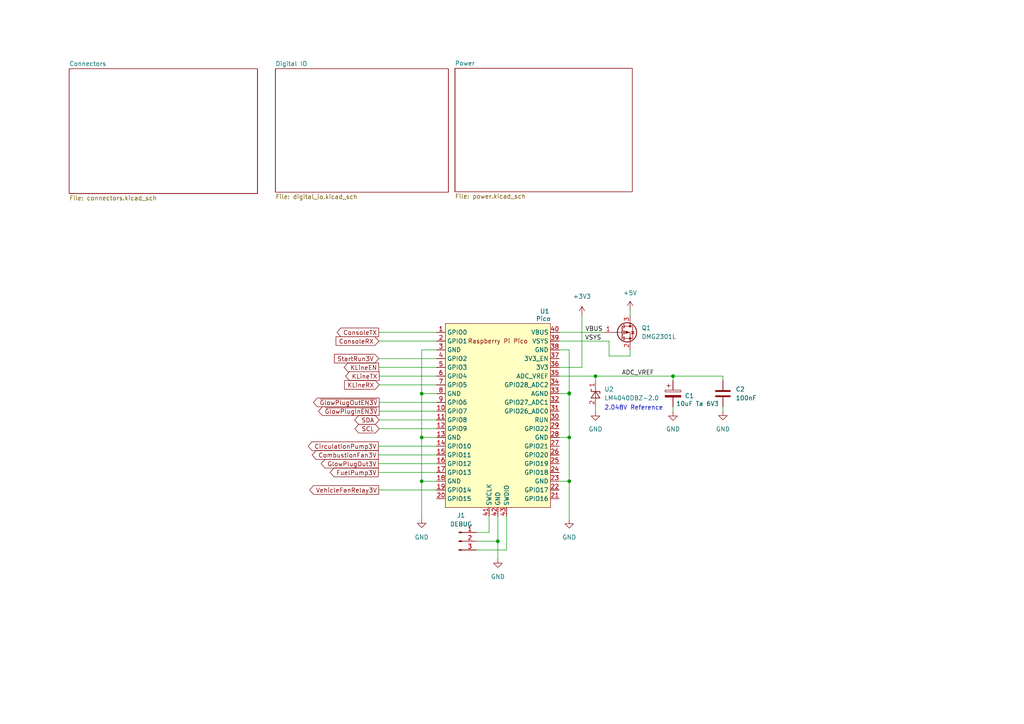
<source format=kicad_sch>
(kicad_sch (version 20211123) (generator eeschema)
  (paper "A4")
  (lib_symbols
    (symbol "Connector:Conn_01x03_Male" (pin_names (offset 1.016) hide)
      (property "Reference" "J" (at 0 5.08 0))
      (property "Value" "Conn_01x03_Male" (at 0 -5.08 0))
      (symbol "Conn_01x03_Male_1_1"
        (polyline (pts (xy 1.27 -2.54) (xy 0.8636 -2.54)) (stroke (width 0.1524)))
        (polyline (pts (xy 1.27 0) (xy 0.8636 0)) (stroke (width 0.1524)))
        (polyline (pts (xy 1.27 2.54) (xy 0.8636 2.54)) (stroke (width 0.1524)))
        (rectangle (start 0.8636 -2.413) (end 0 -2.667) (stroke (width 0.1524)) (fill (type outline)))
        (rectangle (start 0.8636 0.127) (end 0 -0.127) (stroke (width 0.1524)) (fill (type outline)))
        (rectangle (start 0.8636 2.667) (end 0 2.413) (stroke (width 0.1524)) (fill (type outline)))
        (pin passive line (at 5.08 2.54 180) (length 3.81) (name "Pin_1") (number "1"))
        (pin passive line (at 5.08 0 180) (length 3.81) (name "Pin_2") (number "2"))
        (pin passive line (at 5.08 -2.54 180) (length 3.81) (name "Pin_3") (number "3"))
      )
    )
    (symbol "Device:C" (pin_numbers hide) (pin_names (offset 0.254))
      (property "Reference" "C" (at 0.635 2.54 0))
      (property "Value" "C" (at 0.635 -2.54 0))
      (symbol "C_0_1"
        (polyline (pts (xy -2.032 -0.762) (xy 2.032 -0.762)) (stroke (width 0.508)))
        (polyline (pts (xy -2.032 0.762) (xy 2.032 0.762)) (stroke (width 0.508)))
      )
      (symbol "C_1_1"
        (pin passive line (at 0 3.81 270) (length 2.794) (name "~") (number "1"))
        (pin passive line (at 0 -3.81 90) (length 2.794) (name "~") (number "2"))
      )
    )
    (symbol "Device:C_Polarized" (pin_numbers hide) (pin_names (offset 0.254))
      (property "Reference" "C" (at 0.635 2.54 0))
      (property "Value" "C_Polarized" (at 0.635 -2.54 0))
      (symbol "C_Polarized_0_1"
        (rectangle (start -2.286 0.508) (end 2.286 1.016))
        (polyline (pts (xy -1.778 2.286) (xy -0.762 2.286)))
        (polyline (pts (xy -1.27 2.794) (xy -1.27 1.778)))
        (rectangle (start 2.286 -0.508) (end -2.286 -1.016) (fill (type outline)))
      )
      (symbol "C_Polarized_1_1"
        (pin passive line (at 0 3.81 270) (length 2.794) (name "~") (number "1"))
        (pin passive line (at 0 -3.81 90) (length 2.794) (name "~") (number "2"))
      )
    )
    (symbol "MCU_RaspberryPi_and_Boards:Pico"
      (property "Reference" "U" (at -13.97 27.94 0))
      (property "Value" "Pico" (at 0 19.05 0))
      (symbol "Pico_0_0"
        (text "Raspberry Pi Pico" (at 0 21.59 0) (effects (font (size 1.27 1.27))))
      )
      (symbol "Pico_0_1"
        (rectangle (start -15.24 26.67) (end 15.24 -26.67) (fill (type background)))
      )
      (symbol "Pico_1_1"
        (pin bidirectional line (at -17.78 24.13 0) (length 2.54) (name "GPIO0") (number "1"))
        (pin bidirectional line (at -17.78 1.27 0) (length 2.54) (name "GPIO7") (number "10"))
        (pin bidirectional line (at -17.78 -1.27 0) (length 2.54) (name "GPIO8") (number "11"))
        (pin bidirectional line (at -17.78 -3.81 0) (length 2.54) (name "GPIO9") (number "12"))
        (pin power_in line (at -17.78 -6.35 0) (length 2.54) (name "GND") (number "13"))
        (pin bidirectional line (at -17.78 -8.89 0) (length 2.54) (name "GPIO10") (number "14"))
        (pin bidirectional line (at -17.78 -11.43 0) (length 2.54) (name "GPIO11") (number "15"))
        (pin bidirectional line (at -17.78 -13.97 0) (length 2.54) (name "GPIO12") (number "16"))
        (pin bidirectional line (at -17.78 -16.51 0) (length 2.54) (name "GPIO13") (number "17"))
        (pin power_in line (at -17.78 -19.05 0) (length 2.54) (name "GND") (number "18"))
        (pin bidirectional line (at -17.78 -21.59 0) (length 2.54) (name "GPIO14") (number "19"))
        (pin bidirectional line (at -17.78 21.59 0) (length 2.54) (name "GPIO1") (number "2"))
        (pin bidirectional line (at -17.78 -24.13 0) (length 2.54) (name "GPIO15") (number "20"))
        (pin bidirectional line (at 17.78 -24.13 180) (length 2.54) (name "GPIO16") (number "21"))
        (pin bidirectional line (at 17.78 -21.59 180) (length 2.54) (name "GPIO17") (number "22"))
        (pin power_in line (at 17.78 -19.05 180) (length 2.54) (name "GND") (number "23"))
        (pin bidirectional line (at 17.78 -16.51 180) (length 2.54) (name "GPIO18") (number "24"))
        (pin bidirectional line (at 17.78 -13.97 180) (length 2.54) (name "GPIO19") (number "25"))
        (pin bidirectional line (at 17.78 -11.43 180) (length 2.54) (name "GPIO20") (number "26"))
        (pin bidirectional line (at 17.78 -8.89 180) (length 2.54) (name "GPIO21") (number "27"))
        (pin power_in line (at 17.78 -6.35 180) (length 2.54) (name "GND") (number "28"))
        (pin bidirectional line (at 17.78 -3.81 180) (length 2.54) (name "GPIO22") (number "29"))
        (pin power_in line (at -17.78 19.05 0) (length 2.54) (name "GND") (number "3"))
        (pin input line (at 17.78 -1.27 180) (length 2.54) (name "RUN") (number "30"))
        (pin bidirectional line (at 17.78 1.27 180) (length 2.54) (name "GPIO26_ADC0") (number "31"))
        (pin bidirectional line (at 17.78 3.81 180) (length 2.54) (name "GPIO27_ADC1") (number "32"))
        (pin power_in line (at 17.78 6.35 180) (length 2.54) (name "AGND") (number "33"))
        (pin bidirectional line (at 17.78 8.89 180) (length 2.54) (name "GPIO28_ADC2") (number "34"))
        (pin power_in line (at 17.78 11.43 180) (length 2.54) (name "ADC_VREF") (number "35"))
        (pin power_in line (at 17.78 13.97 180) (length 2.54) (name "3V3") (number "36"))
        (pin input line (at 17.78 16.51 180) (length 2.54) (name "3V3_EN") (number "37"))
        (pin bidirectional line (at 17.78 19.05 180) (length 2.54) (name "GND") (number "38"))
        (pin power_in line (at 17.78 21.59 180) (length 2.54) (name "VSYS") (number "39"))
        (pin bidirectional line (at -17.78 16.51 0) (length 2.54) (name "GPIO2") (number "4"))
        (pin power_in line (at 17.78 24.13 180) (length 2.54) (name "VBUS") (number "40"))
        (pin input line (at -2.54 -29.21 90) (length 2.54) (name "SWCLK") (number "41"))
        (pin power_in line (at 0 -29.21 90) (length 2.54) (name "GND") (number "42"))
        (pin bidirectional line (at 2.54 -29.21 90) (length 2.54) (name "SWDIO") (number "43"))
        (pin bidirectional line (at -17.78 13.97 0) (length 2.54) (name "GPIO3") (number "5"))
        (pin bidirectional line (at -17.78 11.43 0) (length 2.54) (name "GPIO4") (number "6"))
        (pin bidirectional line (at -17.78 8.89 0) (length 2.54) (name "GPIO5") (number "7"))
        (pin power_in line (at -17.78 6.35 0) (length 2.54) (name "GND") (number "8"))
        (pin bidirectional line (at -17.78 3.81 0) (length 2.54) (name "GPIO6") (number "9"))
      )
    )
    (symbol "Reference_Voltage:LM4040DBZ-2.0" (pin_names (offset 0.0254) hide)
      (property "Reference" "U" (at 0 2.54 0))
      (property "Value" "LM4040DBZ-2.0" (at 0 -3.175 0))
      (symbol "LM4040DBZ-2.0_0_1"
        (polyline (pts (xy -1.27 0) (xy 0 0) (xy 1.27 0)))
        (polyline (pts (xy -1.27 -1.27) (xy 0.635 0) (xy -1.27 1.27) (xy -1.27 -1.27)) (stroke (width 0.2032)))
        (polyline (pts (xy 0 -1.27) (xy 0.635 -1.27) (xy 0.635 1.27) (xy 1.27 1.27)) (stroke (width 0.2032)))
      )
      (symbol "LM4040DBZ-2.0_1_1"
        (pin passive line (at 3.81 0 180) (length 2.54) (name "K") (number "1"))
        (pin passive line (at -3.81 0 0) (length 2.54) (name "A") (number "2"))
      )
    )
    (symbol "Transistor_FET:DMG2301L" (pin_names hide)
      (property "Reference" "Q" (at 5.08 1.905 0))
      (property "Value" "DMG2301L" (at 5.08 0 0))
      (symbol "DMG2301L_0_1"
        (polyline (pts (xy 0.254 0) (xy -2.54 0)))
        (polyline (pts (xy 0.254 1.905) (xy 0.254 -1.905)) (stroke (width 0.254)))
        (polyline (pts (xy 0.762 -1.27) (xy 0.762 -2.286)) (stroke (width 0.254)))
        (polyline (pts (xy 0.762 0.508) (xy 0.762 -0.508)) (stroke (width 0.254)))
        (polyline (pts (xy 0.762 2.286) (xy 0.762 1.27)) (stroke (width 0.254)))
        (polyline (pts (xy 2.54 2.54) (xy 2.54 1.778)))
        (polyline (pts (xy 2.54 -2.54) (xy 2.54 0) (xy 0.762 0)))
        (polyline (pts (xy 0.762 1.778) (xy 3.302 1.778) (xy 3.302 -1.778) (xy 0.762 -1.778)))
        (polyline (pts (xy 2.286 0) (xy 1.27 0.381) (xy 1.27 -0.381) (xy 2.286 0)) (fill (type outline)))
        (polyline (pts (xy 2.794 -0.508) (xy 2.921 -0.381) (xy 3.683 -0.381) (xy 3.81 -0.254)))
        (polyline (pts (xy 3.302 -0.381) (xy 2.921 0.254) (xy 3.683 0.254) (xy 3.302 -0.381)))
        (circle (center 1.651 0) (radius 2.794) (stroke (width 0.254)))
        (circle (center 2.54 -1.778) (radius 0.254) (fill (type outline)))
        (circle (center 2.54 1.778) (radius 0.254) (fill (type outline)))
      )
      (symbol "DMG2301L_1_1"
        (pin input line (at -5.08 0 0) (length 2.54) (name "G") (number "1"))
        (pin passive line (at 2.54 -5.08 90) (length 2.54) (name "S") (number "2"))
        (pin passive line (at 2.54 5.08 270) (length 2.54) (name "D") (number "3"))
      )
    )
    (symbol "power:+3V3" (power) (pin_names (offset 0))
      (property "Value" "+3V3" (at 0 3.556 0))
      (symbol "+3V3_0_1"
        (polyline (pts (xy -0.762 1.27) (xy 0 2.54)))
        (polyline (pts (xy 0 0) (xy 0 2.54)))
        (polyline (pts (xy 0 2.54) (xy 0.762 1.27)))
      )
      (symbol "+3V3_1_1"
        (pin power_in line (at 0 0 90) (length 0) hide (name "+3V3") (number "1"))
      )
    )
    (symbol "power:+5V" (power) (pin_names (offset 0))
      (property "Value" "+5V" (at 0 3.556 0))
      (symbol "+5V_0_1"
        (polyline (pts (xy -0.762 1.27) (xy 0 2.54)))
        (polyline (pts (xy 0 0) (xy 0 2.54)))
        (polyline (pts (xy 0 2.54) (xy 0.762 1.27)))
      )
      (symbol "+5V_1_1"
        (pin power_in line (at 0 0 90) (length 0) hide (name "+5V") (number "1"))
      )
    )
    (symbol "power:GND" (power) (pin_names (offset 0))
      (property "Value" "GND" (at 0 -3.81 0))
      (symbol "GND_0_1"
        (polyline (pts (xy 0 0) (xy 0 -1.27) (xy 1.27 -1.27) (xy 0 -2.54) (xy -1.27 -1.27) (xy 0 -1.27)))
      )
      (symbol "GND_1_1"
        (pin power_in line (at 0 0 270) (length 0) hide (name "GND") (number "1"))
      )
    )
  )
  (junction (at 122.301 114.173))
  (junction (at 195.199 109.093))
  (junction (at 165.1 139.573))
  (junction (at 172.72 109.093))
  (junction (at 165.1 126.873))
  (junction (at 165.1 114.046))
  (junction (at 165.1 114.173))
  (junction (at 122.301 126.873))
  (junction (at 144.399 156.972))
  (junction (at 122.301 139.573))
  (wire (pts (xy 182.753 89.916) (xy 182.753 91.313)))
  (wire (pts (xy 109.855 106.553) (xy 126.619 106.553)))
  (wire (pts (xy 162.179 114.173) (xy 165.1 114.173)))
  (wire (pts (xy 109.982 121.793) (xy 126.619 121.793)))
  (wire (pts (xy 138.176 156.972) (xy 144.399 156.972)))
  (wire (pts (xy 209.677 109.093) (xy 209.677 110.363)))
  (wire (pts (xy 165.1 150.622) (xy 165.1 139.573)))
  (wire (pts (xy 165.1 139.573) (xy 165.1 126.873)))
  (wire (pts (xy 144.399 156.972) (xy 144.399 149.733)))
  (wire (pts (xy 176.657 103.251) (xy 182.753 103.251)))
  (wire (pts (xy 109.855 104.013) (xy 126.619 104.013)))
  (wire (pts (xy 165.1 126.873) (xy 165.1 114.173)))
  (wire (pts (xy 172.72 109.093) (xy 172.72 110.363)))
  (wire (pts (xy 162.179 109.093) (xy 172.72 109.093)))
  (wire (pts (xy 172.72 109.093) (xy 195.199 109.093)))
  (wire (pts (xy 165.1 101.473) (xy 165.1 114.046)))
  (wire (pts (xy 109.855 98.933) (xy 126.619 98.933)))
  (wire (pts (xy 162.179 139.573) (xy 165.1 139.573)))
  (wire (pts (xy 195.199 109.093) (xy 209.677 109.093)))
  (wire (pts (xy 109.982 119.253) (xy 126.619 119.253)))
  (wire (pts (xy 122.301 139.573) (xy 122.301 150.495)))
  (wire (pts (xy 168.783 91.44) (xy 168.783 106.553)))
  (wire (pts (xy 141.859 154.432) (xy 141.859 149.733)))
  (wire (pts (xy 162.179 98.933) (xy 176.657 98.933)))
  (wire (pts (xy 144.399 156.972) (xy 144.399 162.052)))
  (wire (pts (xy 182.753 101.473) (xy 182.753 103.251)))
  (wire (pts (xy 122.301 114.173) (xy 122.301 126.873)))
  (wire (pts (xy 122.301 101.473) (xy 122.301 114.173)))
  (wire (pts (xy 176.657 98.933) (xy 176.657 103.251)))
  (wire (pts (xy 162.179 96.393) (xy 175.133 96.393)))
  (wire (pts (xy 122.301 126.873) (xy 126.619 126.873)))
  (wire (pts (xy 122.301 139.573) (xy 126.619 139.573)))
  (wire (pts (xy 109.728 131.953) (xy 126.619 131.953)))
  (wire (pts (xy 209.677 117.983) (xy 209.677 119.253)))
  (wire (pts (xy 109.855 96.393) (xy 126.619 96.393)))
  (wire (pts (xy 109.982 116.713) (xy 126.619 116.713)))
  (wire (pts (xy 109.728 129.413) (xy 126.619 129.413)))
  (wire (pts (xy 109.982 109.093) (xy 126.619 109.093)))
  (wire (pts (xy 109.982 111.633) (xy 126.619 111.633)))
  (wire (pts (xy 122.301 114.173) (xy 126.619 114.173)))
  (wire (pts (xy 162.179 126.873) (xy 165.1 126.873)))
  (wire (pts (xy 122.301 101.473) (xy 126.619 101.473)))
  (wire (pts (xy 138.176 154.432) (xy 141.859 154.432)))
  (wire (pts (xy 138.176 159.512) (xy 146.939 159.512)))
  (wire (pts (xy 195.199 109.093) (xy 195.199 110.363)))
  (wire (pts (xy 172.72 117.983) (xy 172.72 119.38)))
  (wire (pts (xy 109.982 124.333) (xy 126.619 124.333)))
  (wire (pts (xy 168.783 106.553) (xy 162.179 106.553)))
  (wire (pts (xy 146.939 159.512) (xy 146.939 149.733)))
  (wire (pts (xy 109.728 137.033) (xy 126.619 137.033)))
  (wire (pts (xy 109.855 142.113) (xy 126.619 142.113)))
  (wire (pts (xy 162.179 101.473) (xy 165.1 101.473)))
  (wire (pts (xy 195.199 117.983) (xy 195.199 119.38)))
  (wire (pts (xy 109.728 134.493) (xy 126.619 134.493)))
  (wire (pts (xy 122.301 126.873) (xy 122.301 139.573)))
  (text "2.048V Reference" (at 175.26 119.126 0) (effects (font (size 1.27 1.27)) (justify left bottom)))
  (label "ADC_VREF" (at 180.3242 109.093 0))
  (label "VBUS" (at 169.7175 96.393 0))
  (label "VSYS" (at 169.6304 98.933 0))
  (global_label "VehicleFanRelay3V" (shape output) (at 109.855 142.113 180) (property "Intersheet References" "${INTERSHEET_REFS}" (effects hide)))
  (global_label "KLineEN" (shape output) (at 109.855 106.553 180) (property "Intersheet References" "${INTERSHEET_REFS}" (effects hide)))
  (global_label "SDA" (shape bidirectional) (at 109.982 121.793 180) (property "Intersheet References" "${INTERSHEET_REFS}" (effects hide)))
  (global_label "~{GlowPlugOutEN3V}" (shape output) (at 109.982 116.713 180) (property "Intersheet References" "${INTERSHEET_REFS}" (effects hide)))
  (global_label "~{GlowPlugInEN3V}" (shape output) (at 109.982 119.253 180) (property "Intersheet References" "${INTERSHEET_REFS}" (effects hide)))
  (global_label "KLineTX" (shape output) (at 109.982 109.093 180) (property "Intersheet References" "${INTERSHEET_REFS}" (effects hide)))
  (global_label "ConsoleTX" (shape output) (at 109.855 96.393 180) (property "Intersheet References" "${INTERSHEET_REFS}" (effects hide)))
  (global_label "ConsoleRX" (shape input) (at 109.855 98.933 180) (property "Intersheet References" "${INTERSHEET_REFS}" (effects hide)))
  (global_label "CirculationPump3V" (shape output) (at 109.728 129.413 180) (property "Intersheet References" "${INTERSHEET_REFS}" (effects hide)))
  (global_label "CombustionFan3V" (shape output) (at 109.728 131.953 180) (property "Intersheet References" "${INTERSHEET_REFS}" (effects hide)))
  (global_label "KLineRX" (shape input) (at 109.982 111.633 180) (property "Intersheet References" "${INTERSHEET_REFS}" (effects hide)))
  (global_label "FuelPump3V" (shape output) (at 109.728 137.033 180) (property "Intersheet References" "${INTERSHEET_REFS}" (effects hide)))
  (global_label "SCL" (shape bidirectional) (at 109.982 124.333 180) (property "Intersheet References" "${INTERSHEET_REFS}" (effects hide)))
  (global_label "StartRun3V" (shape input) (at 109.855 104.013 180) (property "Intersheet References" "${INTERSHEET_REFS}" (effects hide)))
  (global_label "GlowPlugOut3V" (shape output) (at 109.728 134.493 180) (property "Intersheet References" "${INTERSHEET_REFS}" (effects hide)))
  (symbol (lib_id "power:+3V3") (at 168.783 91.44 0) (unit 1)
    (property "Reference" "#PWR04" (effects hide))
    (property "Value" "+3V3" (at 168.783 85.979 0))
  )
  (symbol (lib_id "Reference_Voltage:LM4040DBZ-2.0") (at 172.72 114.173 90) (unit 1)
    (property "Reference" "U2" (at 175.26 112.9029 90) (effects (justify right)))
    (property "Value" "LM4040DBZ-2.0" (at 175.26 115.4429 90) (effects (justify right)))
    (property "Footprint" "Package_TO_SOT_SMD:SOT-23" (effects hide))
    (property "Datasheet" "http://www.ti.com/lit/ds/symlink/lm4040-n.pdf" (effects hide))
  )
  (symbol (lib_id "MCU_RaspberryPi_and_Boards:Pico") (at 144.399 120.523 0) (unit 1)
    (property "Reference" "U1" (at 157.988 90.297 0))
    (property "Value" "Pico" (at 157.607 92.456 0))
    (property "Footprint" "MCU_RaspberryPi_and_Boards:RPi_Pico_SMD_TH" (effects hide))
  )
  (symbol (lib_id "power:GND") (at 209.677 119.253 0) (unit 1)
    (property "Reference" "#PWR08" (effects hide))
    (property "Value" "GND" (at 209.677 124.46 0))
  )
  (symbol (lib_id "power:+5V") (at 182.753 89.916 0) (unit 1)
    (property "Reference" "#PWR06" (effects hide))
    (property "Value" "+5V" (at 182.753 84.963 0))
  )
  (symbol (lib_id "power:GND") (at 165.1 150.622 0) (unit 1)
    (property "Reference" "#PWR03" (effects hide))
    (property "Value" "GND" (at 165.1 155.829 0))
  )
  (symbol (lib_id "Device:C") (at 209.677 114.173 0) (unit 1)
    (property "Reference" "C2" (at 213.36 112.9029 0) (effects (justify left)))
    (property "Value" "100nF" (at 213.36 115.4429 0) (effects (justify left)))
    (property "Footprint" "Capacitor_SMD:C_0805_2012Metric_Pad1.18x1.45mm_HandSolder" (effects hide))
  )
  (symbol (lib_id "Device:C_Polarized") (at 195.199 114.173 0) (unit 1)
    (property "Reference" "C1" (at 198.628 114.808 0) (effects (justify left)))
    (property "Value" "10uF Ta 6V3" (at 196.088 117.094 0) (effects (justify left)))
    (property "Footprint" "Capacitor_Tantalum_SMD:CP_EIA-3216-10_Kemet-I_Pad1.58x1.35mm_HandSolder" (effects hide))
  )
  (symbol (lib_id "Transistor_FET:DMG2301L") (at 180.213 96.393 0) (unit 1)
    (property "Reference" "Q1" (at 186.055 95.1229 0) (effects (justify left)))
    (property "Value" "DMG2301L" (at 186.055 97.6629 0) (effects (justify left)))
    (property "Footprint" "Package_TO_SOT_SMD:SOT-23" (effects hide))
    (property "Datasheet" "https://www.diodes.com/assets/Datasheets/DMG2301L.pdf" (effects hide))
  )
  (symbol (lib_id "power:GND") (at 122.301 150.495 0) (unit 1)
    (property "Reference" "#PWR01" (effects hide))
    (property "Value" "GND" (at 122.301 155.829 0))
  )
  (symbol (lib_id "power:GND") (at 195.199 119.38 0) (unit 1)
    (property "Reference" "#PWR07" (effects hide))
    (property "Value" "GND" (at 195.199 124.46 0))
  )
  (symbol (lib_id "Connector:Conn_01x03_Male") (at 133.096 156.972 0) (unit 1)
    (property "Reference" "J1" (at 133.731 149.479 0))
    (property "Value" "DEBUG" (at 133.731 152.019 0))
    (property "Footprint" "Connector_PinHeader_2.54mm:PinHeader_1x03_P2.54mm_Vertical" (effects hide))
  )
  (symbol (lib_id "power:GND") (at 172.72 119.38 0) (unit 1)
    (property "Reference" "#PWR05" (effects hide))
    (property "Value" "GND" (at 172.72 124.46 0))
  )
  (symbol (lib_id "power:GND") (at 144.399 162.052 0) (unit 1)
    (property "Reference" "#PWR02" (effects hide))
    (property "Value" "GND" (at 144.399 167.259 0))
  )
  (sheet (at 79.883 19.939) (size 50.165 35.814) (stroke (width 0.1524))
    (property "Sheet name" "Digital IO" (at 79.883 19.2274 0) (effects (justify left bottom)))
    (property "Sheet file" "digital_io.kicad_sch" (at 79.883 56.3376 0) (effects (justify left top)))
  )
  (sheet (at 131.953 19.812) (size 51.435 35.814) (stroke (width 0.1524))
    (property "Sheet name" "Power" (at 131.953 19.1004 0) (effects (justify left bottom)))
    (property "Sheet file" "power.kicad_sch" (at 131.953 56.2106 0) (effects (justify left top)))
  )
  (sheet (at 20.066 19.939) (size 54.61 36.195) (stroke (width 0.1524))
    (property "Sheet name" "Connectors" (at 20.066 19.2274 0) (effects (justify left bottom)))
    (property "Sheet file" "connectors.kicad_sch" (at 20.066 56.7186 0) (effects (justify left top)))
  )
)
</source>
